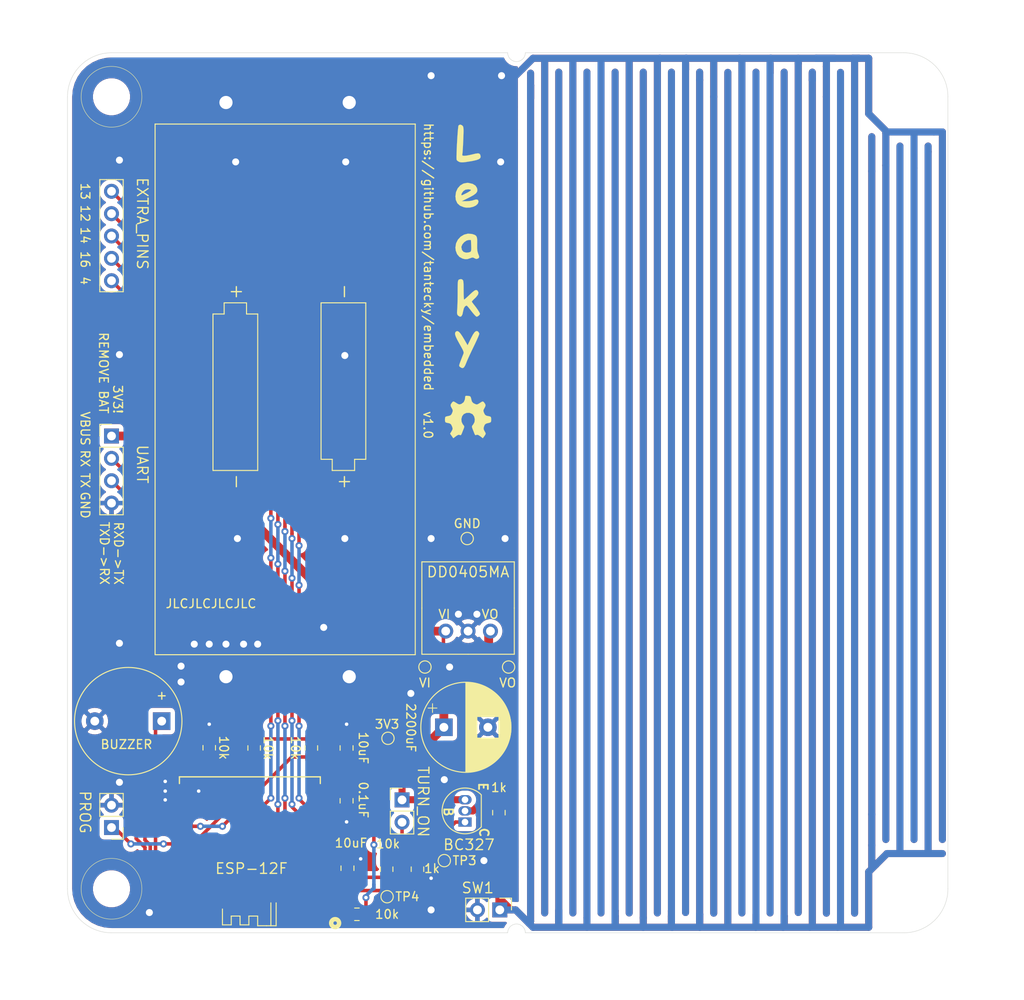
<source format=kicad_pcb>
(kicad_pcb (version 20171130) (host pcbnew "(5.1.8)-1")
  (layers (0 F.Cu signal) (31 B.Cu signal) (34 B.Paste user) (35 F.Paste user) (36 B.SilkS user) (37 F.SilkS user) (38 B.Mask user hide) (39 F.Mask user hide) (44 Edge.Cuts user))
  (net 0 "")
  (net 1 VCC)
  (net 2 GND)
  (net 3 EN)
  (net 4 VBUS)
  (net 5 RX)
  (net 6 TX)
  (net 7 IO4)
  (net 8 IO16)
  (net 9 IO14)
  (net 10 IO12)
  (net 11 IO13)
  (net 12 IO0)
  (net 13 "Net-(JP2-Pad2)")
  (net 14 "Net-(Q1-Pad2)")
  (net 15 RST)
  (net 16 IO2)
  (net 17 IO15)
  (net 18 "Net-(U2-Pad2)")
  (net 19 BUZZER)
  (net 20 "Net-(R1-Pad2)")
  (module _my:logo (layer F.Cu) (at 65.5 47.2)
    (fp_text reference G*** hide)
    (fp_text value LOGO hide)
  )
  (module _my:MountingHole_3.2mm_M3 (layer F.Cu) (at 115 25)
    (fp_text reference H3)
    (fp_text value MountingHole)
    (pad "" np_thru_hole circle (at 0 0) (size 3.2 3.2) (drill 3.2) (layers *.Cu *.Mask) (clearance 2))
  )
  (module _my:MountingHole_3.2mm_M3 (layer F.Cu) (at 115 115)
    (fp_text reference H4)
    (fp_text value MountingHole)
    (pad "" np_thru_hole circle (at 0 0) (size 3.2 3.2) (drill 3.2) (layers *.Cu *.Mask) (clearance 2))
  )
  (module _my:BatteryHolder_Keystone_2462_2xAA (layer F.Cu) (at 59.5 88.4 90)
    (fp_text reference BT1)
    (fp_text value 2xAA)
    (fp_text user - (at 19.665 -20.435 90) (layer F.SilkS) (effects (font (size 1.5 1.5))))
    (fp_text user + (at 41.255 -20.435 90) (layer F.SilkS) (effects (font (size 1.5 1.5))))
    (fp_text user + (at 19.665 -8.16 90) (layer F.SilkS) (effects (font (size 1.5 1.5))))
    (fp_text user - (at 41.255 -8.16 90) (layer F.SilkS) (effects (font (size 1.5 1.5))))
    (pad 1 thru_hole rect (at 62.75 -7.5 270) (size 6 8) (drill 1.5 (offset -0.5 0)) (layers F.Cu F.Mask) (net 4 VBUS))
    (pad 1 thru_hole rect (at 62.75 -21.5 270) (size 6 8) (drill 1.5 (offset -0.5 0)) (layers F.Cu F.Mask) (net 4 VBUS))
    (pad 2 thru_hole rect (at -2.5 -21.5 90) (size 6 8) (drill 1.5 (offset -0.5 0)) (layers F.Cu F.Mask) (net 2 GND))
    (pad 1 thru_hole rect (at -2.5 -7.5 90) (size 6 8) (drill 1.5 (offset -0.5 0)) (layers F.Cu F.Mask) (net 4 VBUS))
  )
  (module TestPoint:TestPoint_Pad_D1.0mm (layer F.Cu) (at 60.6 89.8)
    (fp_text reference TP2)
    (fp_text value TestPoint)
    (pad 1 smd circle (at 0 0) (size 1 1) (layers F.Cu F.Mask) (net 4 VBUS))
  )
  (module _my:DD0405MA (layer F.Cu) (at 65.5 78.1)
    (fp_text reference U1)
    (fp_text value DD0405MA (at 0 0.9) (layer F.SilkS) (effects (font (size 1.2 1.2))))
    (pad 3 thru_hole circle (at 2.54 7.62) (size 1.7 1.7) (drill 1) (layers *.Cu *.Mask) (net 1 VCC))
    (pad 2 thru_hole circle (at 0 7.62) (size 1.7 1.7) (drill 1) (layers *.Cu *.Mask) (net 2 GND))
    (pad 1 thru_hole circle (at -2.54 7.62) (size 1.7 1.7) (drill 1) (layers *.Cu *.Mask) (net 4 VBUS))
  )
  (module _my:ESP-12E_SMD (layer F.Cu) (at 47.7 117.9 180)
    (fp_text reference U2)
    (fp_text value ESP-12F (at 6.8 5.2 180) (layer F.SilkS) (effects (font (size 1.2 1.2))))
    (pad 16 smd rect (at 14 0 180) (size 2.5 1.1) (drill (offset 0.7 0)) (layers F.Cu F.Paste F.Mask) (net 6 TX))
    (pad 15 smd rect (at 14 2 180) (size 2.5 1.1) (drill (offset 0.7 0)) (layers F.Cu F.Paste F.Mask) (net 5 RX))
    (pad 14 smd rect (at 14 4 180) (size 2.5 1.1) (drill (offset 0.7 0)) (layers F.Cu F.Paste F.Mask) (net 19 BUZZER))
    (pad 13 smd rect (at 14 6 180) (size 2.5 1.1) (drill (offset 0.7 0)) (layers F.Cu F.Paste F.Mask) (net 7 IO4))
    (pad 12 smd rect (at 14 8 180) (size 2.5 1.1) (drill (offset 0.7 0)) (layers F.Cu F.Paste F.Mask) (net 12 IO0))
    (pad 11 smd rect (at 14 10 180) (size 2.5 1.1) (drill (offset 0.7 0)) (layers F.Cu F.Paste F.Mask) (net 16 IO2))
    (pad 10 smd rect (at 14 12 180) (size 2.5 1.1) (drill (offset 0.7 0)) (layers F.Cu F.Paste F.Mask) (net 17 IO15))
    (pad 9 smd rect (at 14 14 180) (size 2.5 1.1) (drill (offset 0.7 0)) (layers F.Cu F.Paste F.Mask) (net 2 GND))
    (pad 8 smd rect (at 0 14 180) (size 2.5 1.1) (drill (offset -0.7 0)) (layers F.Cu F.Paste F.Mask) (net 1 VCC))
    (pad 7 smd rect (at 0 12 180) (size 2.5 1.1) (drill (offset -0.7 0)) (layers F.Cu F.Paste F.Mask) (net 11 IO13))
    (pad 6 smd rect (at 0 10 180) (size 2.5 1.1) (drill (offset -0.7 0)) (layers F.Cu F.Paste F.Mask) (net 10 IO12))
    (pad 5 smd rect (at 0 8 180) (size 2.5 1.1) (drill (offset -0.7 0)) (layers F.Cu F.Paste F.Mask) (net 9 IO14))
    (pad 4 smd rect (at 0 6 180) (size 2.5 1.1) (drill (offset -0.7 0)) (layers F.Cu F.Paste F.Mask) (net 8 IO16))
    (pad 3 smd rect (at 0 4 180) (size 2.5 1.1) (drill (offset -0.7 0)) (layers F.Cu F.Paste F.Mask) (net 3 EN))
    (pad 2 smd rect (at 0 2 180) (size 2.5 1.1) (drill (offset -0.7 0)) (layers F.Cu F.Paste F.Mask) (net 18 "Net-(U2-Pad2)"))
    (pad 1 smd rect (at 0 0 180) (size 2.5 1.1) (drill (offset -0.7 0)) (layers F.Cu F.Paste F.Mask) (net 15 RST))
  )
  (module Capacitor_SMD:C_0805_2012Metric_Pad1.18x1.45mm_HandSolder (layer F.Cu) (at 51.7 99 90)
    (fp_text reference C2)
    (fp_text value 10uF (at 0 1.9 270 unlocked) (layer F.SilkS))
    (pad 2 smd roundrect (at 1.0375 0 90) (size 1.175 1.45) (layers F.Cu F.Paste F.Mask) (roundrect_rratio 0.2127659574468085) (net 2 GND))
    (pad 1 smd roundrect (at -1.0375 0 90) (size 1.175 1.45) (layers F.Cu F.Paste F.Mask) (roundrect_rratio 0.2127659574468085) (net 1 VCC))
  )
  (module Capacitor_SMD:C_0805_2012Metric_Pad1.18x1.45mm_HandSolder (layer F.Cu) (at 51.8 112.6625 90)
    (fp_text reference C3)
    (fp_text value 10uF (at 2.8625 0.4 180) (layer F.SilkS))
    (pad 2 smd roundrect (at 1.0375 0 90) (size 1.175 1.45) (layers F.Cu F.Paste F.Mask) (roundrect_rratio 0.2127659574468085) (net 2 GND))
    (pad 1 smd roundrect (at -1.0375 0 90) (size 1.175 1.45) (layers F.Cu F.Paste F.Mask) (roundrect_rratio 0.2127659574468085) (net 3 EN))
  )
  (module Capacitor_SMD:C_0805_2012Metric_Pad1.18x1.45mm_HandSolder (layer F.Cu) (at 51.7 105 270)
    (fp_text reference C4)
    (fp_text value 0.1uF (at -0.1 -1.9 270 unlocked) (layer F.SilkS))
    (pad 1 smd roundrect (at -1.0375 0 270) (size 1.175 1.45) (layers F.Cu F.Paste F.Mask) (roundrect_rratio 0.2127659574468085) (net 1 VCC))
    (pad 2 smd roundrect (at 1.0375 0 270) (size 1.175 1.45) (layers F.Cu F.Paste F.Mask) (roundrect_rratio 0.2127659574468085) (net 2 GND))
  )
  (module Connector_PinHeader_2.54mm:PinHeader_1x04_P2.54mm_Vertical (layer F.Cu) (at 25 63.55)
    (fp_text reference J1)
    (fp_text value UART (at 3.5 3.2 270 unlocked) (layer F.SilkS) (effects (font (size 1.2 1.2))))
    (pad 1 thru_hole rect (at 0 0) (size 1.7 1.7) (drill 1) (layers *.Cu *.Mask) (net 4 VBUS))
    (pad 2 thru_hole oval (at 0 2.54) (size 1.7 1.7) (drill 1) (layers *.Cu *.Mask) (net 5 RX))
    (pad 3 thru_hole oval (at 0 5.08) (size 1.7 1.7) (drill 1) (layers *.Cu *.Mask) (net 6 TX))
    (pad 4 thru_hole oval (at 0 7.62) (size 1.7 1.7) (drill 1) (layers *.Cu *.Mask) (net 2 GND))
  )
  (module Connector_PinHeader_2.54mm:PinHeader_1x02_P2.54mm_Vertical (layer F.Cu) (at 25 108.04 180)
    (fp_text reference JP1)
    (fp_text value PROG (at 3 1.75 270 unlocked) (layer F.SilkS) (effects (font (size 1.2 1.2))))
    (pad 2 thru_hole oval (at 0 2.54 180) (size 1.7 1.7) (drill 1) (layers *.Cu *.Mask) (net 2 GND))
    (pad 1 thru_hole rect (at 0 0 180) (size 1.7 1.7) (drill 1) (layers *.Cu *.Mask) (net 12 IO0))
  )
  (module Connector_PinHeader_2.54mm:PinHeader_1x02_P2.54mm_Vertical (layer F.Cu) (at 58 104.9)
    (fp_text reference JP2)
    (fp_text value TURN_ON (at 2.4 0.2 270 unlocked) (layer F.SilkS) (effects (font (size 1.2 1.2))))
    (pad 1 thru_hole rect (at 0 0) (size 1.7 1.7) (drill 1) (layers *.Cu *.Mask) (net 1 VCC))
    (pad 2 thru_hole oval (at 0 2.54) (size 1.7 1.7) (drill 1) (layers *.Cu *.Mask) (net 13 "Net-(JP2-Pad2)"))
  )
  (module Resistor_SMD:R_0805_2012Metric_Pad1.15x1.40mm_HandSolder (layer F.Cu) (at 69 106.35 270)
    (fp_text reference R1)
    (fp_text value 1k (at -2.85 0 unlocked) (layer F.SilkS))
    (pad 1 smd roundrect (at -1.025 0 270) (size 1.15 1.4) (layers F.Cu F.Paste F.Mask) (roundrect_rratio 0.2173904347826087) (net 14 "Net-(Q1-Pad2)"))
    (pad 2 smd roundrect (at 1.025 0 270) (size 1.15 1.4) (layers F.Cu F.Paste F.Mask) (roundrect_rratio 0.2173904347826087) (net 20 "Net-(R1-Pad2)"))
  )
  (module Resistor_SMD:R_0805_2012Metric_Pad1.15x1.40mm_HandSolder (layer F.Cu) (at 59.75 112.775 270)
    (fp_text reference R2)
    (fp_text value 1k (at -0.075 -1.65 180) (layer F.SilkS))
    (pad 1 smd roundrect (at -1.025 0 270) (size 1.15 1.4) (layers F.Cu F.Paste F.Mask) (roundrect_rratio 0.2173904347826087) (net 13 "Net-(JP2-Pad2)"))
    (pad 2 smd roundrect (at 1.025 0 270) (size 1.15 1.4) (layers F.Cu F.Paste F.Mask) (roundrect_rratio 0.2173904347826087) (net 2 GND))
  )
  (module Resistor_SMD:R_0805_2012Metric_Pad1.15x1.40mm_HandSolder (layer F.Cu) (at 56.25 112.775 90)
    (fp_text reference R3)
    (fp_text value 10k (at 2.875 0.15 180) (layer F.SilkS))
    (pad 2 smd roundrect (at 1.025 0 90) (size 1.15 1.4) (layers F.Cu F.Paste F.Mask) (roundrect_rratio 0.2173904347826087) (net 13 "Net-(JP2-Pad2)"))
    (pad 1 smd roundrect (at -1.025 0 90) (size 1.15 1.4) (layers F.Cu F.Paste F.Mask) (roundrect_rratio 0.2173904347826087) (net 3 EN))
  )
  (module Resistor_SMD:R_0805_2012Metric_Pad1.15x1.40mm_HandSolder (layer F.Cu) (at 52.875 117.9)
    (fp_text reference R4)
    (fp_text value 10k (at 3.425 0) (layer F.SilkS))
    (pad 2 smd roundrect (at 1.025 0) (size 1.15 1.4) (layers F.Cu F.Paste F.Mask) (roundrect_rratio 0.2173904347826087) (net 1 VCC))
    (pad 1 smd roundrect (at -1.025 0) (size 1.15 1.4) (layers F.Cu F.Paste F.Mask) (roundrect_rratio 0.2173904347826087) (net 15 RST))
  )
  (module Resistor_SMD:R_0805_2012Metric_Pad1.15x1.40mm_HandSolder (layer F.Cu) (at 41.2 99 90)
    (fp_text reference R5)
    (fp_text value 10k (at 0 1.6 270 unlocked) (layer F.SilkS))
    (pad 2 smd roundrect (at 1.025 0 90) (size 1.15 1.4) (layers F.Cu F.Paste F.Mask) (roundrect_rratio 0.2173904347826087) (net 1 VCC))
    (pad 1 smd roundrect (at -1.025 0 90) (size 1.15 1.4) (layers F.Cu F.Paste F.Mask) (roundrect_rratio 0.2173904347826087) (net 12 IO0))
  )
  (module Resistor_SMD:R_0805_2012Metric_Pad1.15x1.40mm_HandSolder (layer F.Cu) (at 47.7 99 90)
    (fp_text reference R6)
    (fp_text value 10k (at 0 -1.8 270 unlocked) (layer F.SilkS))
    (pad 1 smd roundrect (at -1.025 0 90) (size 1.15 1.4) (layers F.Cu F.Paste F.Mask) (roundrect_rratio 0.2173904347826087) (net 16 IO2))
    (pad 2 smd roundrect (at 1.025 0 90) (size 1.15 1.4) (layers F.Cu F.Paste F.Mask) (roundrect_rratio 0.2173904347826087) (net 1 VCC))
  )
  (module Resistor_SMD:R_0805_2012Metric_Pad1.15x1.40mm_HandSolder (layer F.Cu) (at 36.1 98.975 90)
    (fp_text reference R7)
    (fp_text value 10k (at 0 1.65 270 unlocked) (layer F.SilkS))
    (pad 1 smd roundrect (at -1.025 0 90) (size 1.15 1.4) (layers F.Cu F.Paste F.Mask) (roundrect_rratio 0.2173904347826087) (net 17 IO15))
    (pad 2 smd roundrect (at 1.025 0 90) (size 1.15 1.4) (layers F.Cu F.Paste F.Mask) (roundrect_rratio 0.2173904347826087) (net 2 GND))
  )
  (module TestPoint:TestPoint_Pad_D1.0mm (layer F.Cu) (at 65.4 75.2)
    (fp_text reference TP1)
    (fp_text value TestPoint)
    (pad 1 smd circle (at 0 0) (size 1 1) (layers F.Cu F.Mask) (net 2 GND))
  )
  (module TestPoint:TestPoint_Pad_D1.0mm (layer F.Cu) (at 62.8 111.8)
    (fp_text reference TP3 (at 2.3 0 180) (layer F.SilkS))
    (fp_text value TestPoint)
    (pad 1 smd circle (at 0 0) (size 1 1) (layers F.Cu F.Mask) (net 13 "Net-(JP2-Pad2)"))
  )
  (module TestPoint:TestPoint_Pad_D1.0mm (layer F.Cu) (at 56.3 115.9)
    (fp_text reference TP4 (at 2.3 0) (layer F.SilkS))
    (fp_text value TestPoint)
    (pad 1 smd circle (at 0 0) (size 1 1) (layers F.Cu F.Mask) (net 3 EN))
  )
  (module TestPoint:TestPoint_Pad_D1.0mm (layer F.Cu) (at 56.4 97.9)
    (fp_text reference TP5)
    (fp_text value TestPoint)
    (pad 1 smd circle (at 0 0) (size 1 1) (layers F.Cu F.Mask) (net 1 VCC))
  )
  (module Connector_PinHeader_2.54mm:PinHeader_1x02_P2.54mm_Vertical (layer F.Cu) (at 69.1 117.4 270)
    (fp_text reference SW1 (at -2.5 2.5 180) (layer F.SilkS) (effects (font (size 1.2 1.2))))
    (fp_text value "sensing loop")
    (pad 1 thru_hole rect (at 0 0 270) (size 1.7 1.7) (drill 1) (layers *.Cu *.Mask) (net 20 "Net-(R1-Pad2)"))
    (pad 2 thru_hole oval (at 0 2.54 270) (size 1.7 1.7) (drill 1) (layers *.Cu *.Mask) (net 2 GND))
  )
  (module Buzzer_Beeper:Buzzer_12x9.5RM7.6 (layer F.Cu) (at 30.7 95.95 180)
    (fp_text reference BZ1)
    (fp_text value Buzzer)
    (fp_text user + (at -0.01 2.95) (layer F.SilkS))
    (pad 1 thru_hole rect (at 0 0 180) (size 2 2) (drill 1) (layers *.Cu *.Mask) (net 19 BUZZER))
    (pad 2 thru_hole circle (at 7.6 0 180) (size 2 2) (drill 1) (layers *.Cu *.Mask) (net 2 GND))
  )
  (module _my:PinHeader_1x05_P2.54mm_Vertical (layer F.Cu) (at 25 45.9 180)
    (fp_text reference J2)
    (fp_text value "extra pins")
    (pad 1 thru_hole circle (at 0 0 180) (size 1.7 1.7) (drill 1) (layers *.Cu *.Mask) (net 7 IO4))
    (pad 2 thru_hole oval (at 0 2.54 180) (size 1.7 1.7) (drill 1) (layers *.Cu *.Mask) (net 8 IO16))
    (pad 3 thru_hole oval (at 0 5.08 180) (size 1.7 1.7) (drill 1) (layers *.Cu *.Mask) (net 9 IO14))
    (pad 4 thru_hole oval (at 0 7.62 180) (size 1.7 1.7) (drill 1) (layers *.Cu *.Mask) (net 10 IO12))
    (pad 5 thru_hole oval (at 0 10.16 180) (size 1.7 1.7) (drill 1) (layers *.Cu *.Mask) (net 11 IO13))
  )
  (module _my:MountingHole_3.2mm_M3 (layer F.Cu) (at 25 25)
    (fp_text reference H1)
    (fp_text value MountingHole)
    (pad 1 np_thru_hole circle (at 0 0) (size 3.2 3.2) (drill 3.2) (layers *.Cu *.Mask))
  )
  (module _my:MountingHole_3.2mm_M3 (layer F.Cu) (at 25 115)
    (fp_text reference H2)
    (fp_text value MountingHole)
    (pad 1 np_thru_hole circle (at 0 0) (size 3.2 3.2) (drill 3.2) (layers *.Cu *.Mask))
  )
  (module _my:CP_Radial_D10.0mm_P5.00mm (layer F.Cu) (at 62.75 96.65)
    (fp_text reference C1)
    (fp_text value 2200uF (at -3.75 0.05 270 unlocked) (layer F.SilkS))
    (pad 1 thru_hole rect (at 0 0) (size 2 2) (drill 1) (layers *.Cu *.Mask) (net 1 VCC))
    (pad 2 thru_hole circle (at 5 0) (size 2 2) (drill 1) (layers *.Cu *.Mask) (net 2 GND))
  )
  (module _my:TO-92_Inline (layer F.Cu) (at 65.15 107.42 90)
    (fp_text reference Q1)
    (fp_text value BC327 (at -2.58 0.45 180) (layer F.SilkS) (effects (font (size 1.2 1.2))))
    (fp_text user B (at 1.17 -1.9 270 unlocked) (layer F.SilkS) (effects (font (thickness 0.2))))
    (fp_text user E (at 4.02 2.05 270 unlocked) (layer F.SilkS) (effects (font (thickness 0.2))))
    (fp_text user C (at -1.18 2.15 270 unlocked) (layer F.SilkS) (effects (font (thickness 0.2))))
    (pad 2 thru_hole oval (at 1.27 0 90) (size 1.05 1.5) (drill 0.75) (layers *.Cu *.Mask) (net 14 "Net-(Q1-Pad2)"))
    (pad 3 thru_hole oval (at 2.54 0 90) (size 1.05 1.5) (drill 0.75) (layers *.Cu *.Mask) (net 1 VCC))
    (pad 1 thru_hole rect (at 0 0 90) (size 1.05 1.5) (drill 0.75) (layers *.Cu *.Mask) (net 13 "Net-(JP2-Pad2)"))
  )
  (module TestPoint:TestPoint_Pad_D1.0mm (layer F.Cu) (at 70.1 89.8)
    (fp_text reference TP6)
    (fp_text value TestPoint)
    (pad 1 smd circle (at 0 0) (size 1 1) (layers F.Cu F.Mask) (net 1 VCC))
  )
  (gr_line (start 43.7 119.2) (end 43.7 116.6) (layer F.SilkS) (width 0.12))
  (gr_line (start 43.1 119.2) (end 43.7 119.2) (layer F.SilkS) (width 0.12))
  (gr_line (start 43.1 119.2) (end 43.1 116.6) (layer F.SilkS) (width 0.12))
  (gr_line (start 42.6 119.2) (end 43.1 119.2) (layer F.SilkS) (width 0.12))
  (gr_line (start 41.6 119.2) (end 42.6 119.2) (layer F.SilkS) (width 0.12))
  (gr_line (start 41.6 118.1) (end 41.6 119.2) (layer F.SilkS) (width 0.12))
  (gr_line (start 40.6 118.1) (end 41.6 118.1) (layer F.SilkS) (width 0.12))
  (gr_line (start 40.6 119.1) (end 40.6 118.1) (layer F.SilkS) (width 0.12))
  (gr_line (start 39.6 119.1) (end 40.6 119.1) (layer F.SilkS) (width 0.12))
  (gr_line (start 39.6 118.1) (end 39.6 119.1) (layer F.SilkS) (width 0.12))
  (gr_line (start 38.6 118.1) (end 39.6 118.1) (layer F.SilkS) (width 0.12))
  (gr_line (start 38.6 119.1) (end 38.6 118.1) (layer F.SilkS) (width 0.12))
  (gr_line (start 37.6 119.1) (end 38.6 119.1) (layer F.SilkS) (width 0.12))
  (gr_line (start 37.6 117.3) (end 37.6 119.1) (layer F.SilkS) (width 0.12))
  (gr_text v1.0 (at 60.95 62.3 270) (layer F.SilkS) (effects (font (size 1 1))))
  (gr_text https://github.com/tantecky/embedded (at 61 43.2 270) (layer F.SilkS) (effects (font (size 1 1))))
  (gr_text JLCJLCJLCJLC (at 36.3 82.6) (layer F.SilkS) (effects (font (size 1 1))))
  (gr_line (start 72 20) (end 115 20) (layer Edge.Cuts) (width 0.05))
  (gr_line (start 70 20) (end 25 20) (layer Edge.Cuts) (width 0.05))
  (gr_arc (start 71 20) (end 70 20) (angle -180) (layer Edge.Cuts) (width 0.05))
  (gr_arc (start 115 25) (end 120 25) (angle -90) (layer Edge.Cuts) (width 0.05))
  (gr_arc (start 25 25) (end 25 20) (angle -90) (layer Edge.Cuts) (width 0.05))
  (gr_line (start 115 120) (end 72 120) (layer Edge.Cuts) (width 0.05))
  (gr_line (start 70 120) (end 25 120) (layer Edge.Cuts) (width 0.05))
  (gr_arc (start 115 115) (end 115 120) (angle -90) (layer Edge.Cuts) (width 0.05))
  (gr_arc (start 25 115) (end 20 115) (angle -90) (layer Edge.Cuts) (width 0.05))
  (gr_arc (start 71 120) (end 72 120) (angle -180) (layer Edge.Cuts) (width 0.05))
  (gr_text "RXD->TX\nTXD->RX" (at 25 73.2 270) (layer F.SilkS) (effects (font (size 1 1)) (justify left)))
  (gr_text VO (at 70 91.6) (layer F.SilkS) (effects (font (size 1 1))))
  (gr_text 3V3 (at 56.3 96.3) (layer F.SilkS) (effects (font (size 1 1))))
  (gr_text VI (at 60.6 91.6) (layer F.SilkS) (effects (font (size 1 1))))
  (gr_text GND (at 65.4 73.5) (layer F.SilkS) (effects (font (size 1 1))))
  (gr_text 4 (at 22 45.9 270) (layer F.SilkS) (effects (font (size 1 1))))
  (gr_text 16 (at 22 43.5 270) (layer F.SilkS) (effects (font (size 1 1))))
  (gr_text 14 (at 22 40.75 270) (layer F.SilkS) (effects (font (size 1 1))))
  (gr_text 12 (at 22 38.25 270) (layer F.SilkS) (effects (font (size 1 1))))
  (gr_text 13 (at 22 35.75 270) (layer F.SilkS) (effects (font (size 1 1))))
  (gr_text TX (at 22 68.6 270) (layer F.SilkS) (effects (font (size 1 1))))
  (gr_text RX (at 22 66.1 270) (layer F.SilkS) (effects (font (size 1 1))))
  (gr_text GND (at 22 71.4 270) (layer F.SilkS) (effects (font (size 1 1))))
  (gr_text VBUS (at 22 62.7 270) (layer F.SilkS) (effects (font (size 1 1))))
  (gr_text VO (at 68 83.8) (layer F.SilkS) (effects (font (size 1 1))))
  (gr_text VI (at 62.8 83.8) (layer F.SilkS) (effects (font (size 1 1))))
  (gr_circle (center 50.4 118.9) (end 50.6 118.9) (layer F.SilkS) (width 0.5))
  (gr_text BUZZER (at 26.7 98.6) (layer F.SilkS) (effects (font (size 1 1))))
  (gr_text EXTRA_PINS (at 28.5 39.4 270) (layer F.SilkS) (effects (font (size 1.2 1.2))))
  (gr_text "3V3!\nREMOVE BAT" (at 24.9 61.1 270) (layer F.SilkS) (effects (font (size 1 1)) (justify right)))
  (gr_line (start 20 115) (end 20 25) (layer Edge.Cuts) (width 0.05))
  (gr_line (start 120 25) (end 120 115) (layer Edge.Cuts) (width 0.05))
  (segment (start 67.84 85.72) (end 67.84 88.16) (width 1) (layer F.Cu) (net 1))
  (segment (start 67.84 88.16) (end 62.75 93.25) (width 1) (layer F.Cu) (net 1))
  (segment (start 62.75 93.25) (end 62.75 96.65) (width 1) (layer F.Cu) (net 1))
  (segment (start 59.3625 100.0375) (end 62.75 96.65) (width 1) (layer F.Cu) (net 1))
  (segment (start 51.7 100.0375) (end 51.7 103.9625) (width 0.8) (layer F.Cu) (net 1))
  (segment (start 51.6375 103.9) (end 51.7 103.9625) (width 0.8) (layer F.Cu) (net 1))
  (segment (start 47.7 103.9) (end 51.6375 103.9) (width 0.8) (layer F.Cu) (net 1))
  (segment (start 51.6875 100.025) (end 51.7 100.0375) (width 0.8) (layer F.Cu) (net 1))
  (segment (start 56.4 99.9) (end 56.5375 100.0375) (width 0.4) (layer F.Cu) (net 1))
  (segment (start 56.4 97.9) (end 56.4 99.9) (width 0.4) (layer F.Cu) (net 1))
  (segment (start 41.2 97.975) (end 47.7 97.975) (width 0.4) (layer F.Cu) (net 1))
  (segment (start 50.0375 100.0375) (end 51.7 100.0375) (width 0.4) (layer F.Cu) (net 1))
  (segment (start 47.975 97.975) (end 50.0375 100.0375) (width 0.4) (layer F.Cu) (net 1))
  (segment (start 47.7 97.975) (end 47.975 97.975) (width 0.4) (layer F.Cu) (net 1))
  (segment (start 67.9 85.66) (end 67.84 85.72) (width 0.4) (layer F.Cu) (net 1))
  (segment (start 58 100.075) (end 57.9625 100.0375) (width 0.8) (layer F.Cu) (net 1))
  (segment (start 58 104.9) (end 58 100.075) (width 0.8) (layer F.Cu) (net 1))
  (segment (start 57.9625 100.0375) (end 59.3625 100.0375) (width 1) (layer F.Cu) (net 1))
  (segment (start 56.5375 100.0375) (end 57.9625 100.0375) (width 1) (layer F.Cu) (net 1))
  (segment (start 58.02 104.88) (end 58 104.9) (width 0.8) (layer F.Cu) (net 1))
  (segment (start 65.15 104.88) (end 58.02 104.88) (width 0.8) (layer F.Cu) (net 1))
  (segment (start 53.9 117.9) (end 53.9 116) (width 0.4) (layer F.Cu) (net 1))
  (via (at 53.9 116) (size 0.8) (drill 0.4) (layers F.Cu B.Cu) (net 1))
  (via (at 54.8 110) (size 0.8) (drill 0.4) (layers F.Cu B.Cu) (net 1))
  (segment (start 54.9625 100.0375) (end 56.5375 100.0375) (width 1) (layer F.Cu) (net 1))
  (segment (start 51.7 100.0375) (end 54.9625 100.0375) (width 1) (layer F.Cu) (net 1))
  (segment (start 54.8 114.5) (end 54.8 110) (width 0.4) (layer B.Cu) (net 1))
  (segment (start 54.8 100.2) (end 54.9625 100.0375) (width 0.4) (layer F.Cu) (net 1))
  (segment (start 54.8 110) (end 54.8 100.2) (width 0.4) (layer F.Cu) (net 1))
  (segment (start 54.8 114.5) (end 54.8 115) (width 0.4) (layer B.Cu) (net 1))
  (segment (start 54.8 114.5) (end 54.8 114.9) (width 0.4) (layer B.Cu) (net 1))
  (segment (start 54.8 114.9) (end 53.9 115.8) (width 0.4) (layer B.Cu) (net 1))
  (segment (start 67.86 88.16) (end 67.84 88.16) (width 0.4) (layer F.Cu) (net 1))
  (segment (start 67.86 88.16) (end 69.5 89.8) (width 0.4) (layer F.Cu) (net 1))
  (segment (start 69.5 89.8) (end 70.1 89.8) (width 0.4) (layer F.Cu) (net 1))
  (via (at 31.100022 103.9) (size 0.8) (drill 0.4) (layers F.Cu B.Cu) (net 2))
  (segment (start 33.7 103.9) (end 31.100022 103.9) (width 0.4) (layer F.Cu) (net 2))
  (segment (start 33.7 103.9) (end 33.2 103.9) (width 0.4) (layer F.Cu) (net 2))
  (via (at 31.1 102.8) (size 0.8) (drill 0.4) (layers F.Cu B.Cu) (net 2))
  (segment (start 31.1 102.8) (end 31.7 103.4) (width 0.4) (layer F.Cu) (net 2))
  (segment (start 32.2 103.9) (end 31.7 103.4) (width 0.4) (layer F.Cu) (net 2))
  (segment (start 33.7 103.9) (end 32.2 103.9) (width 0.4) (layer F.Cu) (net 2))
  (via (at 31.1 104.9) (size 0.8) (drill 0.4) (layers F.Cu B.Cu) (net 2))
  (segment (start 31.1 104.9) (end 31.7 104.3) (width 0.4) (layer F.Cu) (net 2))
  (segment (start 31.7 104.3) (end 31.7 103.4) (width 0.4) (layer F.Cu) (net 2))
  (segment (start 33.7 103.9) (end 35 103.9) (width 0.4) (layer F.Cu) (net 2))
  (via (at 34.9 103.9) (size 0.8) (drill 0.4) (layers F.Cu B.Cu) (net 2))
  (via (at 34.4 87.2) (size 1) (drill 0.8) (layers F.Cu B.Cu) (net 2))
  (via (at 38 87.2) (size 1) (drill 0.8) (layers F.Cu B.Cu) (net 2))
  (via (at 41.6 87.2) (size 1) (drill 0.8) (layers F.Cu B.Cu) (net 2))
  (via (at 36.1 87.2) (size 1) (drill 0.8) (layers F.Cu B.Cu) (net 2))
  (via (at 40 87.2) (size 1) (drill 0.8) (layers F.Cu B.Cu) (net 2))
  (segment (start 40.1 88.8) (end 38 90.9) (width 0.8) (layer F.Cu) (net 2))
  (segment (start 35.9 88.8) (end 38 90.9) (width 0.8) (layer F.Cu) (net 2))
  (segment (start 34.4 87.2) (end 34.4 87.3) (width 0.8) (layer F.Cu) (net 2))
  (segment (start 38 87.2) (end 38 90.9) (width 0.8) (layer F.Cu) (net 2))
  (segment (start 40 88.9) (end 38 90.9) (width 0.8) (layer F.Cu) (net 2))
  (segment (start 40 87.2) (end 40 88.9) (width 0.8) (layer F.Cu) (net 2))
  (segment (start 41.6 87.2) (end 41.6 90.5) (width 0.8) (layer F.Cu) (net 2))
  (segment (start 34.4 87.2) (end 34.4 89.7) (width 0.8) (layer F.Cu) (net 2))
  (segment (start 36.1 89) (end 38 90.9) (width 0.8) (layer F.Cu) (net 2))
  (segment (start 36.1 87.2) (end 36.1 89) (width 0.8) (layer F.Cu) (net 2))
  (via (at 32.9 89.7) (size 1) (drill 0.8) (layers F.Cu B.Cu) (net 2))
  (segment (start 36.8 89.7) (end 38 90.9) (width 0.8) (layer F.Cu) (net 2))
  (segment (start 32.9 89.7) (end 36.8 89.7) (width 0.8) (layer F.Cu) (net 2))
  (via (at 32.9 91.5) (size 1) (drill 0.8) (layers F.Cu B.Cu) (net 2))
  (segment (start 37.4 91.5) (end 38 90.9) (width 0.8) (layer F.Cu) (net 2))
  (segment (start 32.9 91.5) (end 37.4 91.5) (width 0.8) (layer F.Cu) (net 2))
  (via (at 51.7 107.4) (size 0.8) (drill 0.4) (layers F.Cu B.Cu) (net 2))
  (segment (start 51.7 107.4) (end 51.7 106.0375) (width 0.8) (layer F.Cu) (net 2))
  (via (at 53.3 111.6) (size 0.8) (drill 0.4) (layers F.Cu B.Cu) (net 2))
  (segment (start 51.825 111.6) (end 51.8 111.625) (width 0.8) (layer F.Cu) (net 2))
  (segment (start 53.3 111.6) (end 51.825 111.6) (width 0.8) (layer F.Cu) (net 2))
  (via (at 61.3 113.8) (size 0.8) (drill 0.4) (layers F.Cu B.Cu) (net 2))
  (segment (start 61.3 113.8) (end 59.75 113.8) (width 0.8) (layer F.Cu) (net 2))
  (via (at 36.1 96.3) (size 0.8) (drill 0.4) (layers F.Cu B.Cu) (net 2))
  (via (at 51.7 96.3) (size 0.8) (drill 0.4) (layers F.Cu B.Cu) (net 2))
  (via (at 69.3 22.6) (size 1) (drill 0.8) (layers F.Cu B.Cu) (net 2))
  (segment (start 110.999999 26.920001) (end 113.079998 29) (width 0.8) (layer F.Cu) (net 2))
  (segment (start 111 20.62501) (end 110.999999 26.920001) (width 0.8) (layer F.Cu) (net 2))
  (segment (start 118.4 29) (end 119.37499 29) (width 0.8) (layer F.Cu) (net 2))
  (segment (start 119.37499 29) (end 119.37499 109.39999) (width 0.8) (layer F.Cu) (net 2))
  (segment (start 113.079998 29) (end 116.2 29) (width 0.8) (layer F.Cu) (net 2))
  (segment (start 116.2 29) (end 118.4 29) (width 0.8) (layer F.Cu) (net 2))
  (segment (start 116.14999 29.05001) (end 116.2 29) (width 0.8) (layer F.Cu) (net 2))
  (segment (start 116.14999 33.1) (end 116.14999 29.05001) (width 0.8) (layer F.Cu) (net 2))
  (segment (start 116.14999 33.1) (end 116.14999 109.39999) (width 0.8) (layer F.Cu) (net 2))
  (segment (start 112.94997 29.130028) (end 113.079998 29) (width 0.8) (layer F.Cu) (net 2))
  (segment (start 112.94997 32.8) (end 112.94997 29.130028) (width 0.8) (layer F.Cu) (net 2))
  (segment (start 112.94997 32.8) (end 112.94997 109.39999) (width 0.8) (layer F.Cu) (net 2))
  (segment (start 70.35 22.6) (end 70.85 22.6) (width 0.8) (layer F.Cu) (net 2))
  (segment (start 109.87499 20.62501) (end 111 20.62501) (width 0.8) (layer F.Cu) (net 2))
  (segment (start 105.02501 20.62501) (end 107.137235 20.62501) (width 0.8) (layer F.Cu) (net 2))
  (segment (start 106.19997 21.562275) (end 106.19997 25) (width 0.8) (layer F.Cu) (net 2))
  (segment (start 106.19997 25) (end 106.19997 117.77498) (width 0.8) (layer F.Cu) (net 2))
  (segment (start 106.19997 21.562275) (end 106.19997 21.00003) (width 0.8) (layer F.Cu) (net 2))
  (segment (start 103 21.216164) (end 103 20.62501) (width 0.8) (layer F.Cu) (net 2))
  (segment (start 103 117.7) (end 103 21.216164) (width 0.8) (layer F.Cu) (net 2))
  (segment (start 99.87499 20.62501) (end 105.02501 20.62501) (width 0.8) (layer F.Cu) (net 2))
  (segment (start 99.8 20.7) (end 99.87499 20.62501) (width 0.8) (layer F.Cu) (net 2))
  (segment (start 99.8 22.3) (end 99.8 20.7) (width 0.8) (layer F.Cu) (net 2))
  (segment (start 99.8 117.75) (end 99.8 22.35) (width 0.8) (layer F.Cu) (net 2))
  (segment (start 99.8 22.3) (end 99.8 21.216164) (width 0.8) (layer F.Cu) (net 2))
  (segment (start 96.6 20.9) (end 96.32501 20.62501) (width 0.8) (layer F.Cu) (net 2))
  (segment (start 96.6 117.75) (end 96.6 20.9) (width 0.8) (layer F.Cu) (net 2))
  (segment (start 96.32501 20.62501) (end 99.87499 20.62501) (width 0.8) (layer F.Cu) (net 2))
  (segment (start 83.8 117.75) (end 83.8 20.9) (width 0.8) (layer F.Cu) (net 2))
  (segment (start 93.39997 25) (end 93.39997 117.77498) (width 0.8) (layer F.Cu) (net 2))
  (segment (start 93.39997 25) (end 93.39997 21.00003) (width 0.8) (layer F.Cu) (net 2))
  (segment (start 87 20.9) (end 87.27499 20.62501) (width 0.8) (layer F.Cu) (net 2))
  (segment (start 87 117.75) (end 87 20.9) (width 0.8) (layer F.Cu) (net 2))
  (segment (start 72.87499 20.62501) (end 87.27499 20.62501) (width 0.8) (layer F.Cu) (net 2))
  (segment (start 90.2 20.7) (end 90.27499 20.62501) (width 0.8) (layer F.Cu) (net 2))
  (segment (start 90.2 21.9) (end 90.2 20.7) (width 0.8) (layer F.Cu) (net 2))
  (segment (start 90.27499 20.62501) (end 96.32501 20.62501) (width 0.8) (layer F.Cu) (net 2))
  (segment (start 87.27499 20.62501) (end 90.27499 20.62501) (width 0.8) (layer F.Cu) (net 2))
  (segment (start 90.2 117.7) (end 90.2 21.9) (width 0.8) (layer F.Cu) (net 2))
  (segment (start 90.2 21.9) (end 90.2 21.216164) (width 0.8) (layer F.Cu) (net 2))
  (segment (start 105.02501 20.62501) (end 109.87499 20.62501) (width 0.8) (layer F.Cu) (net 2))
  (segment (start 109.2 20.62501) (end 109.87499 20.62501) (width 0.8) (layer F.Cu) (net 2))
  (segment (start 109.39999 20.825) (end 109.2 20.62501) (width 0.8) (layer F.Cu) (net 2))
  (segment (start 109.39999 117.77498) (end 109.39999 20.825) (width 0.8) (layer F.Cu) (net 2))
  (segment (start 77.4 117.75) (end 77.4 20.9) (width 0.8) (layer F.Cu) (net 2))
  (segment (start 80.6 117.75) (end 80.6 20.9) (width 0.8) (layer F.Cu) (net 2))
  (segment (start 74.2 117.75) (end 74.2 20.9) (width 0.8) (layer F.Cu) (net 2))
  (segment (start 70.9 22.6) (end 71.65 21.85) (width 0.8) (layer F.Cu) (net 2))
  (segment (start 71.65 21.85) (end 72.87499 20.62501) (width 0.8) (layer F.Cu) (net 2))
  (segment (start 105.02501 20.62501) (end 107.137235 20.62501) (width 0.8) (layer B.Cu) (net 2))
  (segment (start 99.87499 20.62501) (end 105.02501 20.62501) (width 0.8) (layer B.Cu) (net 2))
  (segment (start 119.37499 29) (end 119.37499 109.39999) (width 0.8) (layer B.Cu) (net 2))
  (segment (start 103 21.216164) (end 103 20.62501) (width 0.8) (layer B.Cu) (net 2))
  (segment (start 99.8 22.3) (end 99.8 21.216164) (width 0.8) (layer B.Cu) (net 2))
  (segment (start 96.6 117.75) (end 96.6 20.9) (width 0.8) (layer B.Cu) (net 2))
  (segment (start 93.39997 25) (end 93.39997 117.77498) (width 0.8) (layer B.Cu) (net 2))
  (segment (start 93.39997 25) (end 93.39997 21.00003) (width 0.8) (layer B.Cu) (net 2))
  (segment (start 116.14999 29.05001) (end 116.2 29) (width 0.8) (layer B.Cu) (net 2))
  (segment (start 116.14999 33.1) (end 116.14999 109.39999) (width 0.8) (layer B.Cu) (net 2))
  (segment (start 99.8 117.75) (end 99.8 22.35) (width 0.8) (layer B.Cu) (net 2))
  (segment (start 90.2 20.7) (end 90.27499 20.62501) (width 0.8) (layer B.Cu) (net 2))
  (segment (start 109.87499 20.62501) (end 111 20.62501) (width 0.8) (layer B.Cu) (net 2))
  (segment (start 113.079998 29) (end 116.2 29) (width 0.8) (layer B.Cu) (net 2))
  (segment (start 106.19997 25) (end 106.19997 117.77498) (width 0.8) (layer B.Cu) (net 2))
  (segment (start 87 117.75) (end 87 20.9) (width 0.8) (layer B.Cu) (net 2))
  (segment (start 72.87499 20.62501) (end 87.27499 20.62501) (width 0.8) (layer B.Cu) (net 2))
  (segment (start 99.8 22.3) (end 99.8 20.7) (width 0.8) (layer B.Cu) (net 2))
  (segment (start 110.999999 26.920001) (end 113.079998 29) (width 0.8) (layer B.Cu) (net 2))
  (segment (start 111 20.62501) (end 110.999999 26.920001) (width 0.8) (layer B.Cu) (net 2))
  (segment (start 112.94997 32.8) (end 112.94997 29.130028) (width 0.8) (layer B.Cu) (net 2))
  (segment (start 112.94997 32.8) (end 112.94997 109.39999) (width 0.8) (layer B.Cu) (net 2))
  (segment (start 103 117.7) (end 103 21.216164) (width 0.8) (layer B.Cu) (net 2))
  (segment (start 90.2 21.9) (end 90.2 20.7) (width 0.8) (layer B.Cu) (net 2))
  (segment (start 90.27499 20.62501) (end 96.32501 20.62501) (width 0.8) (layer B.Cu) (net 2))
  (segment (start 87.27499 20.62501) (end 90.27499 20.62501) (width 0.8) (layer B.Cu) (net 2))
  (segment (start 99.8 20.7) (end 99.87499 20.62501) (width 0.8) (layer B.Cu) (net 2))
  (segment (start 96.32501 20.62501) (end 99.87499 20.62501) (width 0.8) (layer B.Cu) (net 2))
  (segment (start 83.8 117.75) (end 83.8 20.9) (width 0.8) (layer B.Cu) (net 2))
  (segment (start 87 20.9) (end 87.27499 20.62501) (width 0.8) (layer B.Cu) (net 2))
  (segment (start 90.2 117.7) (end 90.2 21.9) (width 0.8) (layer B.Cu) (net 2))
  (segment (start 118.4 29) (end 119.37499 29) (width 0.8) (layer B.Cu) (net 2))
  (segment (start 96.6 20.9) (end 96.32501 20.62501) (width 0.8) (layer B.Cu) (net 2))
  (segment (start 116.2 29) (end 118.4 29) (width 0.8) (layer B.Cu) (net 2))
  (segment (start 112.94997 29.130028) (end 113.079998 29) (width 0.8) (layer B.Cu) (net 2))
  (segment (start 106.19997 21.562275) (end 106.19997 21.00003) (width 0.8) (layer B.Cu) (net 2))
  (segment (start 106.19997 21.562275) (end 106.19997 25) (width 0.8) (layer B.Cu) (net 2))
  (segment (start 116.14999 33.1) (end 116.14999 29.05001) (width 0.8) (layer B.Cu) (net 2))
  (segment (start 109.39999 117.77498) (end 109.39999 20.825) (width 0.8) (layer B.Cu) (net 2))
  (segment (start 90.2 21.9) (end 90.2 21.216164) (width 0.8) (layer B.Cu) (net 2))
  (segment (start 71.65 21.85) (end 72.87499 20.62501) (width 0.8) (layer B.Cu) (net 2))
  (segment (start 74.2 117.75) (end 74.2 20.9) (width 0.8) (layer B.Cu) (net 2))
  (segment (start 80.6 117.75) (end 80.6 20.9) (width 0.8) (layer B.Cu) (net 2))
  (segment (start 109.39999 20.825) (end 109.2 20.62501) (width 0.8) (layer B.Cu) (net 2))
  (segment (start 77.4 117.75) (end 77.4 20.9) (width 0.8) (layer B.Cu) (net 2))
  (segment (start 105.02501 20.62501) (end 109.87499 20.62501) (width 0.8) (layer B.Cu) (net 2))
  (segment (start 109.2 20.62501) (end 109.87499 20.62501) (width 0.8) (layer B.Cu) (net 2))
  (segment (start 69.15 22.6) (end 70.35 22.6) (width 0.8) (layer F.Cu) (net 2))
  (segment (start 70.35 22.6) (end 70.85 22.6) (width 0.8) (layer B.Cu) (net 2))
  (segment (start 69.15 22.6) (end 70.35 22.6) (width 0.8) (layer B.Cu) (net 2))
  (segment (start 70.9 22.6) (end 71.65 21.85) (width 0.8) (layer B.Cu) (net 2))
  (segment (start 51.7 96.3) (end 51.7 97.9625) (width 0.8) (layer F.Cu) (net 2))
  (segment (start 36.1 96.3) (end 36.1 97.95) (width 0.8) (layer F.Cu) (net 2))
  (via (at 61.3 75.2) (size 1) (drill 0.8) (layers F.Cu B.Cu) (net 2))
  (via (at 69.7 75.2) (size 1) (drill 0.8) (layers F.Cu B.Cu) (net 2))
  (via (at 61.3 117.4) (size 1) (drill 0.8) (layers F.Cu B.Cu) (net 2))
  (via (at 51.6 32.4) (size 1) (drill 0.8) (layers F.Cu B.Cu) (net 2))
  (via (at 39.1 32.4) (size 1) (drill 0.8) (layers F.Cu B.Cu) (net 2))
  (via (at 25.9 32.2) (size 1) (drill 0.8) (layers F.Cu B.Cu) (net 2))
  (via (at 25.9 87.1) (size 1) (drill 0.8) (layers F.Cu B.Cu) (net 2))
  (via (at 51.5 75.2) (size 1) (drill 0.8) (layers F.Cu B.Cu) (net 2))
  (via (at 61.3 22.6) (size 1) (drill 0.8) (layers F.Cu B.Cu) (net 2))
  (via (at 39.3 75.2) (size 1) (drill 0.8) (layers F.Cu B.Cu) (net 2))
  (via (at 62.8 102.6) (size 1) (drill 0.8) (layers F.Cu B.Cu) (net 2))
  (segment (start 31.1 102.8) (end 31.1 104.9) (width 0.8) (layer F.Cu) (net 2))
  (segment (start 33.7 103.9) (end 34.9 103.9) (width 0.8) (layer F.Cu) (net 2))
  (via (at 64.4 83.8) (size 1) (drill 0.8) (layers F.Cu B.Cu) (net 2))
  (via (at 66.5 83.8) (size 1) (drill 0.8) (layers F.Cu B.Cu) (net 2))
  (via (at 51.5 54.4) (size 1) (drill 0.8) (layers F.Cu B.Cu) (net 2))
  (via (at 63.4 89.8) (size 1) (drill 0.8) (layers F.Cu B.Cu) (net 2))
  (via (at 67.3 111.8) (size 1) (drill 0.8) (layers F.Cu B.Cu) (net 2))
  (via (at 59 92.8) (size 1) (drill 0.8) (layers F.Cu B.Cu) (net 2))
  (via (at 49.1 85.3) (size 1) (drill 0.8) (layers F.Cu B.Cu) (net 2))
  (via (at 25.9 54.3) (size 1) (drill 0.8) (layers F.Cu B.Cu) (net 2))
  (via (at 29.3 117.7) (size 1) (drill 0.8) (layers F.Cu B.Cu) (net 2))
  (via (at 69.2 32.4) (size 1) (drill 0.8) (layers F.Cu B.Cu) (net 2))
  (via (at 25.9 102.9) (size 1) (drill 0.8) (layers F.Cu B.Cu) (net 2))
  (segment (start 51.6 113.9) (end 51.8 113.7) (width 0.4) (layer F.Cu) (net 3))
  (segment (start 56.15 113.7) (end 56.25 113.8) (width 0.4) (layer F.Cu) (net 3))
  (segment (start 51.8 113.7) (end 56.15 113.7) (width 0.4) (layer F.Cu) (net 3))
  (segment (start 47.7 113.9) (end 50.4 113.9) (width 0.4) (layer F.Cu) (net 3))
  (segment (start 50.4 113.9) (end 51.6 113.9) (width 0.4) (layer F.Cu) (net 3))
  (segment (start 50.4 114.4) (end 50.4 113.9) (width 0.4) (layer F.Cu) (net 3))
  (segment (start 51.2 115.2) (end 50.4 114.4) (width 0.4) (layer F.Cu) (net 3))
  (segment (start 55.599999 115.199999) (end 51.2 115.2) (width 0.4) (layer F.Cu) (net 3))
  (segment (start 56.3 115.9) (end 55.599999 115.199999) (width 0.4) (layer F.Cu) (net 3))
  (segment (start 38 25.65) (end 52 25.65) (width 2) (layer F.Cu) (net 4))
  (segment (start 53.53 85.72) (end 62.76 85.72) (width 1) (layer F.Cu) (net 4))
  (segment (start 31.36 63.55) (end 53.53 85.72) (width 1) (layer F.Cu) (net 4))
  (segment (start 31.36 63.55) (end 25 63.55) (width 1) (layer F.Cu) (net 4))
  (segment (start 52 87.25) (end 53.53 85.72) (width 1) (layer F.Cu) (net 4))
  (segment (start 52 90.9) (end 52 87.25) (width 1) (layer F.Cu) (net 4))
  (segment (start 60.6 89.8) (end 62.7 87.7) (width 0.4) (layer F.Cu) (net 4))
  (segment (start 62.7 85.78) (end 62.76 85.72) (width 0.4) (layer F.Cu) (net 4))
  (segment (start 62.7 87.7) (end 62.7 85.78) (width 0.4) (layer F.Cu) (net 4))
  (segment (start 32.479998 115.9) (end 33.7 115.9) (width 0.4) (layer F.Cu) (net 5))
  (segment (start 27.5 68.59) (end 25 66.09) (width 0.4) (layer F.Cu) (net 5))
  (segment (start 28.8 69.9) (end 27.5 68.6) (width 0.4) (layer F.Cu) (net 5))
  (segment (start 28.8 109.451458) (end 28.8 69.9) (width 0.4) (layer F.Cu) (net 5))
  (segment (start 27.5 68.6) (end 27.5 68.59) (width 0.4) (layer F.Cu) (net 5))
  (segment (start 29.399989 110.051447) (end 28.8 109.451458) (width 0.4) (layer F.Cu) (net 5))
  (segment (start 29.399989 112.099989) (end 29.399989 110.051447) (width 0.4) (layer F.Cu) (net 5))
  (segment (start 31 113.7) (end 29.399989 112.099989) (width 0.4) (layer F.Cu) (net 5))
  (segment (start 31 114.8) (end 31 113.7) (width 0.4) (layer F.Cu) (net 5))
  (segment (start 32.1 115.9) (end 31 114.8) (width 0.4) (layer F.Cu) (net 5))
  (segment (start 33.7 115.9) (end 32.1 115.9) (width 0.4) (layer F.Cu) (net 5))
  (segment (start 32.479998 117.9) (end 33.7 117.9) (width 0.4) (layer F.Cu) (net 6))
  (segment (start 27.8 109.3) (end 28.79998 110.29998) (width 0.4) (layer F.Cu) (net 6))
  (segment (start 27.8 71.43) (end 27.8 109.3) (width 0.4) (layer F.Cu) (net 6))
  (segment (start 25 68.63) (end 27.8 71.43) (width 0.4) (layer F.Cu) (net 6))
  (segment (start 28.79998 110.29998) (end 28.79998 112.39998) (width 0.4) (layer F.Cu) (net 6))
  (segment (start 30.39999 115.80001) (end 30.389999 115.810001) (width 0.4) (layer F.Cu) (net 6))
  (segment (start 30.39999 113.99999) (end 30.39999 115.80001) (width 0.4) (layer F.Cu) (net 6))
  (segment (start 28.79998 112.39998) (end 30.39999 113.99999) (width 0.4) (layer F.Cu) (net 6))
  (segment (start 30.389999 115.810001) (end 32.479998 117.9) (width 0.4) (layer F.Cu) (net 6))
  (segment (start 33.7 111.9) (end 35.9 111.9) (width 0.4) (layer F.Cu) (net 7))
  (segment (start 35.9 111.9) (end 43.1 104.7) (width 0.4) (layer F.Cu) (net 7))
  (segment (start 43.1 104.7) (end 43.2 104.6) (width 0.4) (layer F.Cu) (net 7))
  (via (at 43.1 104.7) (size 0.8) (drill 0.4) (layers F.Cu B.Cu) (net 7))
  (segment (start 43.1 104.7) (end 43.1 96.5) (width 0.4) (layer B.Cu) (net 7))
  (via (at 43.1 96.5) (size 0.8) (drill 0.4) (layers F.Cu B.Cu) (net 7))
  (segment (start 43.1 96.5) (end 43.1 77.6) (width 0.4) (layer F.Cu) (net 7))
  (via (at 43.1 77.4) (size 0.8) (drill 0.4) (layers F.Cu B.Cu) (net 7))
  (via (at 43.1 72.9) (size 0.8) (drill 0.4) (layers F.Cu B.Cu) (net 7))
  (segment (start 43.1 77.4) (end 43.1 72.9) (width 0.4) (layer B.Cu) (net 7))
  (segment (start 43.1 64) (end 25 45.9) (width 0.4) (layer F.Cu) (net 7))
  (segment (start 43.1 72.9) (end 43.1 64) (width 0.4) (layer F.Cu) (net 7))
  (via (at 43.9 78.1) (size 0.8) (drill 0.4) (layers F.Cu B.Cu) (net 8))
  (segment (start 47.7 111.9) (end 43.9 108.1) (width 0.4) (layer F.Cu) (net 8))
  (via (at 43.9 105.4) (size 0.8) (drill 0.4) (layers F.Cu B.Cu) (net 8))
  (via (at 43.9 95.9) (size 0.8) (drill 0.4) (layers F.Cu B.Cu) (net 8))
  (segment (start 43.9 105.4) (end 43.9 108.1) (width 0.4) (layer F.Cu) (net 8))
  (segment (start 43.9 95.9) (end 43.9 105.4) (width 0.4) (layer B.Cu) (net 8))
  (segment (start 43.9 95.9) (end 43.9 78.2) (width 0.4) (layer F.Cu) (net 8))
  (via (at 43.9 73.6) (size 0.8) (drill 0.4) (layers F.Cu B.Cu) (net 8))
  (segment (start 43.9 73.6) (end 43.9 78.1) (width 0.4) (layer B.Cu) (net 8))
  (segment (start 43.9 62.26) (end 25 43.36) (width 0.4) (layer F.Cu) (net 8))
  (segment (start 43.9 73.6) (end 43.9 62.26) (width 0.4) (layer F.Cu) (net 8))
  (via (at 44.7 78.9) (size 0.8) (drill 0.4) (layers F.Cu B.Cu) (net 9))
  (segment (start 47.7 109.9) (end 44.7 106.9) (width 0.4) (layer F.Cu) (net 9))
  (segment (start 44.7 106.9) (end 44.7 104.9) (width 0.4) (layer F.Cu) (net 9))
  (via (at 44.7 104.7) (size 0.8) (drill 0.4) (layers F.Cu B.Cu) (net 9))
  (via (at 44.7 96.5) (size 0.8) (drill 0.4) (layers F.Cu B.Cu) (net 9))
  (segment (start 44.7 96.5) (end 44.7 104.7) (width 0.4) (layer B.Cu) (net 9))
  (segment (start 44.7 96.5) (end 44.7 79) (width 0.4) (layer F.Cu) (net 9))
  (via (at 44.7 74.4) (size 0.8) (drill 0.4) (layers F.Cu B.Cu) (net 9))
  (segment (start 44.7 78.9) (end 44.7 74.4) (width 0.4) (layer B.Cu) (net 9))
  (segment (start 44.7 73.834315) (end 44.7 74.4) (width 0.4) (layer F.Cu) (net 9))
  (segment (start 44.700001 60.520001) (end 44.7 73.834315) (width 0.4) (layer F.Cu) (net 9))
  (segment (start 25 40.82) (end 44.700001 60.520001) (width 0.4) (layer F.Cu) (net 9))
  (via (at 45.5 105.4) (size 0.8) (drill 0.4) (layers F.Cu B.Cu) (net 10))
  (segment (start 47.7 107.9) (end 47.6 107.9) (width 0.4) (layer F.Cu) (net 10))
  (segment (start 47.7 107.9) (end 45.5 105.7) (width 0.4) (layer F.Cu) (net 10))
  (via (at 45.5 95.9) (size 0.8) (drill 0.4) (layers F.Cu B.Cu) (net 10))
  (segment (start 45.5 95.9) (end 45.5 105.4) (width 0.4) (layer B.Cu) (net 10))
  (segment (start 45.5 95.9) (end 45.5 79.9) (width 0.4) (layer F.Cu) (net 10))
  (via (at 45.5 79.7) (size 0.8) (drill 0.4) (layers F.Cu B.Cu) (net 10))
  (via (at 45.5 75.2) (size 0.8) (drill 0.4) (layers F.Cu B.Cu) (net 10))
  (segment (start 45.5 79.7) (end 45.5 75.2) (width 0.4) (layer B.Cu) (net 10))
  (segment (start 45.5 74.634315) (end 45.5 75.2) (width 0.4) (layer F.Cu) (net 10))
  (segment (start 45.500001 58.780001) (end 45.5 74.634315) (width 0.4) (layer F.Cu) (net 10))
  (segment (start 25 38.28) (end 45.500001 58.780001) (width 0.4) (layer F.Cu) (net 10))
  (via (at 46.3 80.5) (size 0.8) (drill 0.4) (layers F.Cu B.Cu) (net 11))
  (segment (start 47.7 105.9) (end 47.4 105.9) (width 0.4) (layer F.Cu) (net 11))
  (segment (start 47.4 105.9) (end 46.3 104.8) (width 0.4) (layer F.Cu) (net 11))
  (via (at 46.3 104.7) (size 0.8) (drill 0.4) (layers F.Cu B.Cu) (net 11))
  (via (at 46.3 96.5) (size 0.8) (drill 0.4) (layers F.Cu B.Cu) (net 11))
  (segment (start 46.3 104.7) (end 46.3 96.5) (width 0.4) (layer B.Cu) (net 11))
  (segment (start 46.3 96.5) (end 46.3 80.6) (width 0.4) (layer F.Cu) (net 11))
  (via (at 46.3 76) (size 0.8) (drill 0.4) (layers F.Cu B.Cu) (net 11))
  (segment (start 46.3 80.5) (end 46.3 76) (width 0.4) (layer B.Cu) (net 11))
  (segment (start 46.3 57.040002) (end 46.3 76) (width 0.4) (layer F.Cu) (net 11))
  (segment (start 25 35.74) (end 46.3 57.040002) (width 0.4) (layer F.Cu) (net 11))
  (segment (start 25 108.04) (end 25.34 108.04) (width 0.4) (layer F.Cu) (net 12))
  (segment (start 25.34 108.04) (end 27.2 109.9) (width 0.4) (layer F.Cu) (net 12))
  (via (at 27.2 109.9) (size 0.8) (drill 0.4) (layers F.Cu B.Cu) (net 12))
  (segment (start 27.2 109.9) (end 30.9 109.9) (width 0.4) (layer B.Cu) (net 12))
  (via (at 30.9 109.9) (size 0.8) (drill 0.4) (layers F.Cu B.Cu) (net 12))
  (segment (start 30.9 109.9) (end 33.7 109.9) (width 0.4) (layer F.Cu) (net 12))
  (segment (start 41.2 100.025) (end 41.2 102.984002) (width 0.4) (layer F.Cu) (net 12))
  (segment (start 34.284002 109.9) (end 41.2 102.984002) (width 0.4) (layer F.Cu) (net 12))
  (segment (start 33.7 109.9) (end 34.284002 109.9) (width 0.4) (layer F.Cu) (net 12))
  (segment (start 58 107.44) (end 58 111.6) (width 0.4) (layer F.Cu) (net 13))
  (segment (start 57.85 111.75) (end 59.75 111.75) (width 0.4) (layer F.Cu) (net 13))
  (segment (start 58 111.6) (end 57.85 111.75) (width 0.4) (layer F.Cu) (net 13))
  (segment (start 56.25 111.75) (end 57.85 111.75) (width 0.4) (layer F.Cu) (net 13))
  (segment (start 65.15 107.42) (end 64.08 107.42) (width 0.4) (layer F.Cu) (net 13))
  (segment (start 64.08 107.42) (end 61.6 109.9) (width 0.4) (layer F.Cu) (net 13))
  (segment (start 61.6 109.9) (end 58.2 109.9) (width 0.4) (layer F.Cu) (net 13))
  (segment (start 62.8 111.8) (end 62.8 111) (width 0.4) (layer F.Cu) (net 13))
  (segment (start 61.7 109.9) (end 61.6 109.9) (width 0.4) (layer F.Cu) (net 13))
  (segment (start 62.8 111) (end 61.7 109.9) (width 0.4) (layer F.Cu) (net 13))
  (segment (start 66.05 106.15) (end 65.15 106.15) (width 0.8) (layer F.Cu) (net 14))
  (segment (start 66.875 105.325) (end 66.05 106.15) (width 0.8) (layer F.Cu) (net 14))
  (segment (start 69 105.325) (end 66.875 105.325) (width 0.8) (layer F.Cu) (net 14))
  (segment (start 47.7 117.9) (end 51.85 117.9) (width 0.4) (layer F.Cu) (net 15))
  (segment (start 47.7 100.025) (end 45.475 100.025) (width 0.4) (layer F.Cu) (net 16))
  (segment (start 45.475 100.025) (end 37.6 107.9) (width 0.4) (layer F.Cu) (net 16))
  (segment (start 33.7 107.9) (end 35.1 107.9) (width 0.4) (layer F.Cu) (net 16))
  (via (at 35.1 107.9) (size 0.8) (drill 0.4) (layers F.Cu B.Cu) (net 16))
  (via (at 37.6 107.9) (size 0.8) (drill 0.4) (layers F.Cu B.Cu) (net 16))
  (segment (start 35.1 107.9) (end 37.6 107.9) (width 0.4) (layer B.Cu) (net 16))
  (segment (start 34.5 105.9) (end 33.7 105.9) (width 0.4) (layer F.Cu) (net 17))
  (segment (start 36.1 104.3) (end 34.5 105.9) (width 0.4) (layer F.Cu) (net 17))
  (segment (start 36.1 100) (end 36.1 104.3) (width 0.4) (layer F.Cu) (net 17))
  (segment (start 30.7 95.95) (end 30.7 96) (width 0.4) (layer F.Cu) (net 19))
  (segment (start 32.479998 113.9) (end 33.7 113.9) (width 0.4) (layer F.Cu) (net 19))
  (segment (start 32.479998 113.9) (end 30.5 111.920002) (width 0.4) (layer F.Cu) (net 19))
  (segment (start 30.5 96.15) (end 30.7 95.95) (width 0.4) (layer F.Cu) (net 19))
  (segment (start 30.5 111.920002) (end 30.5 111.9) (width 0.4) (layer F.Cu) (net 19))
  (segment (start 30.5 111.9) (end 30 111.4) (width 0.4) (layer F.Cu) (net 19))
  (segment (start 30 96.65) (end 30.7 95.95) (width 0.4) (layer F.Cu) (net 19))
  (segment (start 30 111.4) (end 30 96.65) (width 0.4) (layer F.Cu) (net 19))
  (segment (start 111 119.37499) (end 110.999999 113.079999) (width 0.8) (layer F.Cu) (net 20))
  (segment (start 117.75 111) (end 117.75 31.25) (width 0.8) (layer F.Cu) (net 20))
  (segment (start 117.55 111) (end 119.37499 111) (width 0.8) (layer F.Cu) (net 20))
  (segment (start 117.75 31.25) (end 117.75 30.60001) (width 0.8) (layer F.Cu) (net 20))
  (segment (start 114.9 111) (end 117.55 111) (width 0.8) (layer F.Cu) (net 20))
  (segment (start 114.54998 110.95002) (end 114.5 111) (width 0.8) (layer F.Cu) (net 20))
  (segment (start 114.54998 30.60001) (end 114.54998 110.95002) (width 0.8) (layer F.Cu) (net 20))
  (segment (start 114.5 111) (end 114.9 111) (width 0.8) (layer F.Cu) (net 20))
  (segment (start 113.079998 111) (end 114.5 111) (width 0.8) (layer F.Cu) (net 20))
  (segment (start 110.999999 113.079999) (end 111.814999 112.264999) (width 0.8) (layer F.Cu) (net 20))
  (segment (start 111.814999 112.264999) (end 113.079998 111) (width 0.8) (layer F.Cu) (net 20))
  (segment (start 111.34996 110.062735) (end 111.34996 106.55) (width 0.8) (layer F.Cu) (net 20))
  (segment (start 111.34996 110.062735) (end 111.34996 112.639999) (width 0.8) (layer F.Cu) (net 20))
  (segment (start 111.34996 106.55) (end 111.34996 33.462745) (width 0.8) (layer F.Cu) (net 20))
  (segment (start 111.34996 33.462745) (end 111.34996 29.532716) (width 0.8) (layer F.Cu) (net 20))
  (segment (start 107.47499 119.37499) (end 111 119.37499) (width 0.8) (layer F.Cu) (net 20))
  (segment (start 107.79998 22.22502) (end 107.79998 119) (width 0.8) (layer F.Cu) (net 20))
  (segment (start 104.32501 119.37499) (end 107.47499 119.37499) (width 0.8) (layer F.Cu) (net 20))
  (segment (start 104.6 23.1) (end 104.6 22.2) (width 0.8) (layer F.Cu) (net 20))
  (segment (start 104.6 22.32502) (end 104.6 23.1) (width 0.8) (layer F.Cu) (net 20))
  (segment (start 104.6 23.1) (end 104.6 119.1) (width 0.8) (layer F.Cu) (net 20))
  (segment (start 69 117.3) (end 69.1 117.4) (width 0.8) (layer F.Cu) (net 20))
  (segment (start 94.99998 22.22502) (end 94.99998 119) (width 0.8) (layer F.Cu) (net 20))
  (segment (start 101.4 119.24998) (end 101.27499 119.37499) (width 0.8) (layer F.Cu) (net 20))
  (segment (start 101.27499 119.37499) (end 104.32501 119.37499) (width 0.8) (layer F.Cu) (net 20))
  (segment (start 101.4 22.2) (end 101.4 118.1) (width 0.8) (layer F.Cu) (net 20))
  (segment (start 101.4 118.1) (end 101.4 119.24998) (width 0.8) (layer F.Cu) (net 20))
  (segment (start 101.4 118.1) (end 101.4 118.97498) (width 0.8) (layer F.Cu) (net 20))
  (segment (start 98.2 119.34998) (end 98.17499 119.37499) (width 0.8) (layer F.Cu) (net 20))
  (segment (start 98.2 117.9) (end 98.2 119.34998) (width 0.8) (layer F.Cu) (net 20))
  (segment (start 98.2 22.2) (end 98.2 117.9) (width 0.8) (layer F.Cu) (net 20))
  (segment (start 98.17499 119.37499) (end 101.27499 119.37499) (width 0.8) (layer F.Cu) (net 20))
  (segment (start 98.2 117.9) (end 98.2 118.97498) (width 0.8) (layer F.Cu) (net 20))
  (segment (start 91.8 119.34998) (end 91.82501 119.37499) (width 0.8) (layer F.Cu) (net 20))
  (segment (start 91.8 117.9) (end 91.8 119.34998) (width 0.8) (layer F.Cu) (net 20))
  (segment (start 91.82501 119.37499) (end 98.17499 119.37499) (width 0.8) (layer F.Cu) (net 20))
  (segment (start 91.8 23.1) (end 91.8 117.9) (width 0.8) (layer F.Cu) (net 20))
  (segment (start 91.8 117.9) (end 91.8 119.1) (width 0.8) (layer F.Cu) (net 20))
  (segment (start 88.67499 119.37499) (end 91.82501 119.37499) (width 0.8) (layer F.Cu) (net 20))
  (segment (start 88.6 118.1) (end 88.6 118.97498) (width 0.8) (layer F.Cu) (net 20))
  (segment (start 88.6 119.3) (end 88.67499 119.37499) (width 0.8) (layer F.Cu) (net 20))
  (segment (start 88.6 118.1) (end 88.6 119.3) (width 0.8) (layer F.Cu) (net 20))
  (segment (start 88.6 119.3) (end 88.6 117.5) (width 0.8) (layer F.Cu) (net 20))
  (segment (start 88.6 117.5) (end 88.6 118.1) (width 0.8) (layer F.Cu) (net 20))
  (segment (start 88.6 22.2) (end 88.6 117.5) (width 0.8) (layer F.Cu) (net 20))
  (segment (start 72.87499 119.37499) (end 85.37499 119.37499) (width 0.8) (layer F.Cu) (net 20))
  (segment (start 85.37499 119.37499) (end 88.67499 119.37499) (width 0.8) (layer F.Cu) (net 20))
  (segment (start 85.4 118.3) (end 85.4 119.37499) (width 0.8) (layer F.Cu) (net 20))
  (segment (start 85.4 22.2) (end 85.4 118.3) (width 0.8) (layer F.Cu) (net 20))
  (segment (start 82.2 118.1) (end 82.2 118.97498) (width 0.8) (layer F.Cu) (net 20))
  (segment (start 82.2 118.1) (end 82.2 119.3) (width 0.8) (layer F.Cu) (net 20))
  (segment (start 79 118.3) (end 79 119.37499) (width 0.8) (layer F.Cu) (net 20))
  (segment (start 79 22.2) (end 79 118.3) (width 0.8) (layer F.Cu) (net 20))
  (segment (start 82.2 117.5) (end 82.2 118.1) (width 0.8) (layer F.Cu) (net 20))
  (segment (start 82.2 22.2) (end 82.2 117.5) (width 0.8) (layer F.Cu) (net 20))
  (segment (start 82.2 119.3) (end 82.2 117.5) (width 0.8) (layer F.Cu) (net 20))
  (segment (start 75.8 118.1) (end 75.8 118.97498) (width 0.8) (layer F.Cu) (net 20))
  (segment (start 75.8 118.1) (end 75.8 119.3) (width 0.8) (layer F.Cu) (net 20))
  (segment (start 75.8 117.5) (end 75.8 118.1) (width 0.8) (layer F.Cu) (net 20))
  (segment (start 75.8 22.2) (end 75.8 117.5) (width 0.8) (layer F.Cu) (net 20))
  (segment (start 75.8 119.3) (end 75.8 117.5) (width 0.8) (layer F.Cu) (net 20))
  (segment (start 72.6 118.7) (end 72.4 118.9) (width 0.8) (layer F.Cu) (net 20))
  (segment (start 72.4 118.9) (end 72.87499 119.37499) (width 0.8) (layer F.Cu) (net 20))
  (segment (start 70.9 117.4) (end 72.4 118.9) (width 0.8) (layer F.Cu) (net 20))
  (segment (start 72.6 23.7) (end 72.6 25.2) (width 0.8) (layer F.Cu) (net 20))
  (segment (start 72.6 23.7) (end 72.6 118.7) (width 0.8) (layer F.Cu) (net 20))
  (segment (start 72.6 23.7) (end 72.6 22.314226) (width 0.8) (layer F.Cu) (net 20))
  (segment (start 91.8 23.1) (end 91.8 22.2) (width 0.8) (layer F.Cu) (net 20))
  (segment (start 111 119.37499) (end 110.999999 113.079999) (width 0.8) (layer B.Cu) (net 20))
  (segment (start 117.75 111) (end 117.75 31.25) (width 0.8) (layer B.Cu) (net 20))
  (segment (start 117.55 111) (end 119.37499 111) (width 0.8) (layer B.Cu) (net 20))
  (segment (start 117.75 31.25) (end 117.75 30.60001) (width 0.8) (layer B.Cu) (net 20))
  (segment (start 101.4 22.2) (end 101.4 118.1) (width 0.8) (layer B.Cu) (net 20))
  (segment (start 82.2 118.1) (end 82.2 119.3) (width 0.8) (layer B.Cu) (net 20))
  (segment (start 111.34996 110.062735) (end 111.34996 112.639999) (width 0.8) (layer B.Cu) (net 20))
  (segment (start 79 22.2) (end 79 118.3) (width 0.8) (layer B.Cu) (net 20))
  (segment (start 82.2 117.5) (end 82.2 118.1) (width 0.8) (layer B.Cu) (net 20))
  (segment (start 82.2 22.2) (end 82.2 117.5) (width 0.8) (layer B.Cu) (net 20))
  (segment (start 111.814999 112.264999) (end 113.079998 111) (width 0.8) (layer B.Cu) (net 20))
  (segment (start 82.2 119.3) (end 82.2 117.5) (width 0.8) (layer B.Cu) (net 20))
  (segment (start 72.4 118.9) (end 72.87499 119.37499) (width 0.8) (layer B.Cu) (net 20))
  (segment (start 91.82501 119.37499) (end 98.17499 119.37499) (width 0.8) (layer B.Cu) (net 20))
  (segment (start 101.4 119.24998) (end 101.27499 119.37499) (width 0.8) (layer B.Cu) (net 20))
  (segment (start 85.4 118.3) (end 85.4 119.37499) (width 0.8) (layer B.Cu) (net 20))
  (segment (start 88.67499 119.37499) (end 91.82501 119.37499) (width 0.8) (layer B.Cu) (net 20))
  (segment (start 88.6 119.3) (end 88.67499 119.37499) (width 0.8) (layer B.Cu) (net 20))
  (segment (start 94.99998 22.22502) (end 94.99998 119) (width 0.8) (layer B.Cu) (net 20))
  (segment (start 114.5 111) (end 114.9 111) (width 0.8) (layer B.Cu) (net 20))
  (segment (start 75.8 117.5) (end 75.8 118.1) (width 0.8) (layer B.Cu) (net 20))
  (segment (start 72.6 118.7) (end 72.4 118.9) (width 0.8) (layer B.Cu) (net 20))
  (segment (start 114.54998 110.95002) (end 114.5 111) (width 0.8) (layer B.Cu) (net 20))
  (segment (start 88.6 119.3) (end 88.6 117.5) (width 0.8) (layer B.Cu) (net 20))
  (segment (start 104.6 23.1) (end 104.6 119.1) (width 0.8) (layer B.Cu) (net 20))
  (segment (start 75.8 118.1) (end 75.8 119.3) (width 0.8) (layer B.Cu) (net 20))
  (segment (start 88.6 22.2) (end 88.6 117.5) (width 0.8) (layer B.Cu) (net 20))
  (segment (start 91.8 117.9) (end 91.8 119.1) (width 0.8) (layer B.Cu) (net 20))
  (segment (start 85.37499 119.37499) (end 88.67499 119.37499) (width 0.8) (layer B.Cu) (net 20))
  (segment (start 79 118.3) (end 79 119.37499) (width 0.8) (layer B.Cu) (net 20))
  (segment (start 75.8 22.2) (end 75.8 117.5) (width 0.8) (layer B.Cu) (net 20))
  (segment (start 98.2 119.34998) (end 98.17499 119.37499) (width 0.8) (layer B.Cu) (net 20))
  (segment (start 98.2 117.9) (end 98.2 119.34998) (width 0.8) (layer B.Cu) (net 20))
  (segment (start 104.6 22.32502) (end 104.6 23.1) (width 0.8) (layer B.Cu) (net 20))
  (segment (start 75.8 118.1) (end 75.8 118.97498) (width 0.8) (layer B.Cu) (net 20))
  (segment (start 75.8 119.3) (end 75.8 117.5) (width 0.8) (layer B.Cu) (net 20))
  (segment (start 88.6 118.1) (end 88.6 118.97498) (width 0.8) (layer B.Cu) (net 20))
  (segment (start 70.9 117.4) (end 72.4 118.9) (width 0.8) (layer B.Cu) (net 20))
  (segment (start 72.6 23.7) (end 72.6 25.2) (width 0.8) (layer B.Cu) (net 20))
  (segment (start 72.6 23.7) (end 72.6 118.7) (width 0.8) (layer B.Cu) (net 20))
  (segment (start 111.34996 110.062735) (end 111.34996 106.55) (width 0.8) (layer B.Cu) (net 20))
  (segment (start 101.4 118.1) (end 101.4 118.97498) (width 0.8) (layer B.Cu) (net 20))
  (segment (start 107.47499 119.37499) (end 111 119.37499) (width 0.8) (layer B.Cu) (net 20))
  (segment (start 114.9 111) (end 117.55 111) (width 0.8) (layer B.Cu) (net 20))
  (segment (start 107.79998 22.22502) (end 107.79998 119) (width 0.8) (layer B.Cu) (net 20))
  (segment (start 101.27499 119.37499) (end 104.32501 119.37499) (width 0.8) (layer B.Cu) (net 20))
  (segment (start 82.2 118.1) (end 82.2 118.97498) (width 0.8) (layer B.Cu) (net 20))
  (segment (start 72.6 23.7) (end 72.6 22.314226) (width 0.8) (layer B.Cu) (net 20))
  (segment (start 114.54998 30.60001) (end 114.54998 110.95002) (width 0.8) (layer B.Cu) (net 20))
  (segment (start 104.32501 119.37499) (end 107.47499 119.37499) (width 0.8) (layer B.Cu) (net 20))
  (segment (start 98.17499 119.37499) (end 101.27499 119.37499) (width 0.8) (layer B.Cu) (net 20))
  (segment (start 98.2 22.2) (end 98.2 117.9) (width 0.8) (layer B.Cu) (net 20))
  (segment (start 113.079998 111) (end 114.5 111) (width 0.8) (layer B.Cu) (net 20))
  (segment (start 111.34996 106.55) (end 111.34996 33.462745) (width 0.8) (layer B.Cu) (net 20))
  (segment (start 111.34996 33.462745) (end 111.34996 29.532716) (width 0.8) (layer B.Cu) (net 20))
  (segment (start 104.6 23.1) (end 104.6 22.2) (width 0.8) (layer B.Cu) (net 20))
  (segment (start 110.999999 113.079999) (end 111.814999 112.264999) (width 0.8) (layer B.Cu) (net 20))
  (segment (start 101.4 118.1) (end 101.4 119.24998) (width 0.8) (layer B.Cu) (net 20))
  (segment (start 98.2 117.9) (end 98.2 118.97498) (width 0.8) (layer B.Cu) (net 20))
  (segment (start 91.8 119.34998) (end 91.82501 119.37499) (width 0.8) (layer B.Cu) (net 20))
  (segment (start 91.8 23.1) (end 91.8 117.9) (width 0.8) (layer B.Cu) (net 20))
  (segment (start 88.6 118.1) (end 88.6 119.3) (width 0.8) (layer B.Cu) (net 20))
  (segment (start 91.8 117.9) (end 91.8 119.34998) (width 0.8) (layer B.Cu) (net 20))
  (segment (start 88.6 117.5) (end 88.6 118.1) (width 0.8) (layer B.Cu) (net 20))
  (segment (start 85.4 22.2) (end 85.4 118.3) (width 0.8) (layer B.Cu) (net 20))
  (segment (start 72.87499 119.37499) (end 85.37499 119.37499) (width 0.8) (layer B.Cu) (net 20))
  (segment (start 91.8 23.1) (end 91.8 22.2) (width 0.8) (layer B.Cu) (net 20))
  (segment (start 69.1 117.4) (end 70.9 117.4) (width 0.8) (layer B.Cu) (net 20))
  (segment (start 69 116) (end 70.4 117.4) (width 0.8) (layer F.Cu) (net 20))
  (segment (start 70.4 117.4) (end 70.9 117.4) (width 0.8) (layer F.Cu) (net 20))
  (segment (start 69.1 117.4) (end 70.4 117.4) (width 0.8) (layer F.Cu) (net 20))
  (segment (start 69 107.375) (end 69 116) (width 0.8) (layer F.Cu) (net 20))
  (segment (start 69 116) (end 69 117.3) (width 0.8) (layer F.Cu) (net 20))
  (zone (net 2) (net_name GND) (layer B.Cu) (connect_pads (clearance 0.508)) (min_thickness 0.254) (fill yes (arc_segments 32) (thermal_gap 0.508) (thermal_bridge_width 0.508))
    (polygon (pts (xy 71.25 120.3) (xy 18.95 120.6) (xy 19.4 19.7) (xy 71.15 19.7)))
  )
  (zone (net 2) (net_name GND) (layer F.Cu) (connect_pads (clearance 0.508)) (min_thickness 0.254) (fill yes (arc_segments 32) (thermal_gap 0.508) (thermal_bridge_width 0.508))
    (polygon (pts (xy 71.250001 120.299404) (xy 19.75 120.2) (xy 19.65 19.85) (xy 71.15 19.7)))
  )
)
</source>
